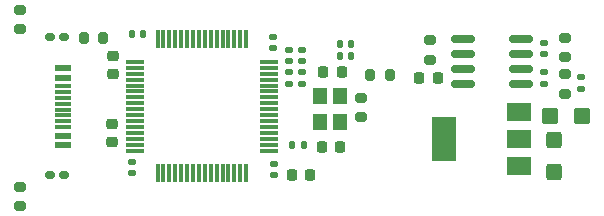
<source format=gtp>
G04 #@! TF.GenerationSoftware,KiCad,Pcbnew,(6.0.7-1)-1*
G04 #@! TF.CreationDate,2022-09-05T08:39:56-04:00*
G04 #@! TF.ProjectId,F405_pill,46343035-5f70-4696-9c6c-2e6b69636164,rev?*
G04 #@! TF.SameCoordinates,Original*
G04 #@! TF.FileFunction,Paste,Top*
G04 #@! TF.FilePolarity,Positive*
%FSLAX46Y46*%
G04 Gerber Fmt 4.6, Leading zero omitted, Abs format (unit mm)*
G04 Created by KiCad (PCBNEW (6.0.7-1)-1) date 2022-09-05 08:39:56*
%MOMM*%
%LPD*%
G01*
G04 APERTURE LIST*
G04 Aperture macros list*
%AMRoundRect*
0 Rectangle with rounded corners*
0 $1 Rounding radius*
0 $2 $3 $4 $5 $6 $7 $8 $9 X,Y pos of 4 corners*
0 Add a 4 corners polygon primitive as box body*
4,1,4,$2,$3,$4,$5,$6,$7,$8,$9,$2,$3,0*
0 Add four circle primitives for the rounded corners*
1,1,$1+$1,$2,$3*
1,1,$1+$1,$4,$5*
1,1,$1+$1,$6,$7*
1,1,$1+$1,$8,$9*
0 Add four rect primitives between the rounded corners*
20,1,$1+$1,$2,$3,$4,$5,0*
20,1,$1+$1,$4,$5,$6,$7,0*
20,1,$1+$1,$6,$7,$8,$9,0*
20,1,$1+$1,$8,$9,$2,$3,0*%
G04 Aperture macros list end*
%ADD10RoundRect,0.225000X0.250000X-0.225000X0.250000X0.225000X-0.250000X0.225000X-0.250000X-0.225000X0*%
%ADD11RoundRect,0.225000X-0.250000X0.225000X-0.250000X-0.225000X0.250000X-0.225000X0.250000X0.225000X0*%
%ADD12RoundRect,0.140000X-0.170000X0.140000X-0.170000X-0.140000X0.170000X-0.140000X0.170000X0.140000X0*%
%ADD13RoundRect,0.140000X0.140000X0.170000X-0.140000X0.170000X-0.140000X-0.170000X0.140000X-0.170000X0*%
%ADD14RoundRect,0.200000X-0.275000X0.200000X-0.275000X-0.200000X0.275000X-0.200000X0.275000X0.200000X0*%
%ADD15R,2.000000X1.500000*%
%ADD16R,2.000000X3.800000*%
%ADD17R,1.200000X1.400000*%
%ADD18RoundRect,0.200000X0.275000X-0.200000X0.275000X0.200000X-0.275000X0.200000X-0.275000X-0.200000X0*%
%ADD19RoundRect,0.140000X0.170000X-0.140000X0.170000X0.140000X-0.170000X0.140000X-0.170000X-0.140000X0*%
%ADD20RoundRect,0.225000X-0.225000X-0.250000X0.225000X-0.250000X0.225000X0.250000X-0.225000X0.250000X0*%
%ADD21RoundRect,0.140000X-0.140000X-0.170000X0.140000X-0.170000X0.140000X0.170000X-0.140000X0.170000X0*%
%ADD22RoundRect,0.250000X-0.450000X-0.425000X0.450000X-0.425000X0.450000X0.425000X-0.450000X0.425000X0*%
%ADD23RoundRect,0.160000X0.222500X0.160000X-0.222500X0.160000X-0.222500X-0.160000X0.222500X-0.160000X0*%
%ADD24RoundRect,0.075000X0.700000X0.075000X-0.700000X0.075000X-0.700000X-0.075000X0.700000X-0.075000X0*%
%ADD25RoundRect,0.075000X0.075000X0.700000X-0.075000X0.700000X-0.075000X-0.700000X0.075000X-0.700000X0*%
%ADD26RoundRect,0.218750X-0.218750X-0.256250X0.218750X-0.256250X0.218750X0.256250X-0.218750X0.256250X0*%
%ADD27RoundRect,0.225000X0.225000X0.250000X-0.225000X0.250000X-0.225000X-0.250000X0.225000X-0.250000X0*%
%ADD28RoundRect,0.147500X-0.172500X0.147500X-0.172500X-0.147500X0.172500X-0.147500X0.172500X0.147500X0*%
%ADD29RoundRect,0.250000X-0.425000X0.450000X-0.425000X-0.450000X0.425000X-0.450000X0.425000X0.450000X0*%
%ADD30RoundRect,0.150000X-0.825000X-0.150000X0.825000X-0.150000X0.825000X0.150000X-0.825000X0.150000X0*%
%ADD31RoundRect,0.200000X0.200000X0.275000X-0.200000X0.275000X-0.200000X-0.275000X0.200000X-0.275000X0*%
%ADD32R,1.450000X0.600000*%
%ADD33R,1.450000X0.300000*%
%ADD34RoundRect,0.160000X-0.222500X-0.160000X0.222500X-0.160000X0.222500X0.160000X-0.222500X0.160000X0*%
G04 APERTURE END LIST*
D10*
X104901000Y-87713000D03*
X104901000Y-86163000D03*
D11*
X105007000Y-80412000D03*
X105007000Y-81962000D03*
D12*
X106617000Y-89379000D03*
X106617000Y-90339000D03*
D13*
X107511000Y-78583000D03*
X106551000Y-78583000D03*
D14*
X97096000Y-91487000D03*
X97096000Y-93137000D03*
D15*
X139332000Y-89775600D03*
D16*
X133032000Y-87475600D03*
D15*
X139332000Y-87475600D03*
X139332000Y-85175600D03*
D17*
X124180000Y-86033000D03*
X124180000Y-83833000D03*
X122480000Y-83833000D03*
X122480000Y-86033000D03*
D18*
X97096000Y-78151000D03*
X97096000Y-76501000D03*
D19*
X119860000Y-80890000D03*
X119860000Y-79930000D03*
X118514000Y-79763000D03*
X118514000Y-78803000D03*
D20*
X122766000Y-81758000D03*
X124316000Y-81758000D03*
D12*
X119858000Y-81814000D03*
X119858000Y-82774000D03*
D18*
X143218000Y-80520200D03*
X143218000Y-78870200D03*
D21*
X120140000Y-87981000D03*
X121100000Y-87981000D03*
D22*
X141950000Y-85500000D03*
X144650000Y-85500000D03*
D12*
X121000000Y-81820000D03*
X121000000Y-82780000D03*
D19*
X118588000Y-90493000D03*
X118588000Y-89533000D03*
D23*
X100809500Y-78787000D03*
X99664500Y-78787000D03*
D24*
X118167000Y-88429000D03*
X118167000Y-87929000D03*
X118167000Y-87429000D03*
X118167000Y-86929000D03*
X118167000Y-86429000D03*
X118167000Y-85929000D03*
X118167000Y-85429000D03*
X118167000Y-84929000D03*
X118167000Y-84429000D03*
X118167000Y-83929000D03*
X118167000Y-83429000D03*
X118167000Y-82929000D03*
X118167000Y-82429000D03*
X118167000Y-81929000D03*
X118167000Y-81429000D03*
X118167000Y-80929000D03*
D25*
X116242000Y-79004000D03*
X115742000Y-79004000D03*
X115242000Y-79004000D03*
X114742000Y-79004000D03*
X114242000Y-79004000D03*
X113742000Y-79004000D03*
X113242000Y-79004000D03*
X112742000Y-79004000D03*
X112242000Y-79004000D03*
X111742000Y-79004000D03*
X111242000Y-79004000D03*
X110742000Y-79004000D03*
X110242000Y-79004000D03*
X109742000Y-79004000D03*
X109242000Y-79004000D03*
X108742000Y-79004000D03*
D24*
X106817000Y-80929000D03*
X106817000Y-81429000D03*
X106817000Y-81929000D03*
X106817000Y-82429000D03*
X106817000Y-82929000D03*
X106817000Y-83429000D03*
X106817000Y-83929000D03*
X106817000Y-84429000D03*
X106817000Y-84929000D03*
X106817000Y-85429000D03*
X106817000Y-85929000D03*
X106817000Y-86429000D03*
X106817000Y-86929000D03*
X106817000Y-87429000D03*
X106817000Y-87929000D03*
X106817000Y-88429000D03*
D25*
X108742000Y-90354000D03*
X109242000Y-90354000D03*
X109742000Y-90354000D03*
X110242000Y-90354000D03*
X110742000Y-90354000D03*
X111242000Y-90354000D03*
X111742000Y-90354000D03*
X112242000Y-90354000D03*
X112742000Y-90354000D03*
X113242000Y-90354000D03*
X113742000Y-90354000D03*
X114242000Y-90354000D03*
X114742000Y-90354000D03*
X115242000Y-90354000D03*
X115742000Y-90354000D03*
X116242000Y-90354000D03*
D14*
X125989000Y-83958000D03*
X125989000Y-85608000D03*
D21*
X124200000Y-80430000D03*
X125160000Y-80430000D03*
D26*
X130894500Y-82312000D03*
X132469500Y-82312000D03*
D19*
X141480000Y-80248000D03*
X141480000Y-79288000D03*
D27*
X124189000Y-88108000D03*
X122639000Y-88108000D03*
D28*
X121000000Y-79915000D03*
X121000000Y-80885000D03*
D29*
X142300000Y-87550000D03*
X142300000Y-90250000D03*
D30*
X134567028Y-79000657D03*
X134567028Y-80270657D03*
X134567028Y-81540657D03*
X134567028Y-82810657D03*
X139517028Y-82810657D03*
X139517028Y-81540657D03*
X139517028Y-80270657D03*
X139517028Y-79000657D03*
D18*
X143218000Y-83631200D03*
X143218000Y-81981200D03*
D31*
X128389000Y-82008000D03*
X126739000Y-82008000D03*
D21*
X124200000Y-79430000D03*
X125160000Y-79430000D03*
D20*
X120112000Y-90521000D03*
X121662000Y-90521000D03*
D32*
X100777000Y-81462000D03*
X100777000Y-82262000D03*
D33*
X100777000Y-83462000D03*
X100777000Y-84462000D03*
X100777000Y-84962000D03*
X100777000Y-85962000D03*
D32*
X100777000Y-87962000D03*
X100777000Y-87162000D03*
D33*
X100777000Y-86462000D03*
X100777000Y-85462000D03*
X100777000Y-83962000D03*
X100777000Y-82962000D03*
D12*
X144600000Y-82222000D03*
X144600000Y-83182000D03*
D34*
X99667500Y-90530000D03*
X100812500Y-90530000D03*
D12*
X141480000Y-81800000D03*
X141480000Y-82760000D03*
D31*
X104157000Y-78887000D03*
X102507000Y-78887000D03*
D14*
X131782000Y-79087000D03*
X131782000Y-80737000D03*
M02*

</source>
